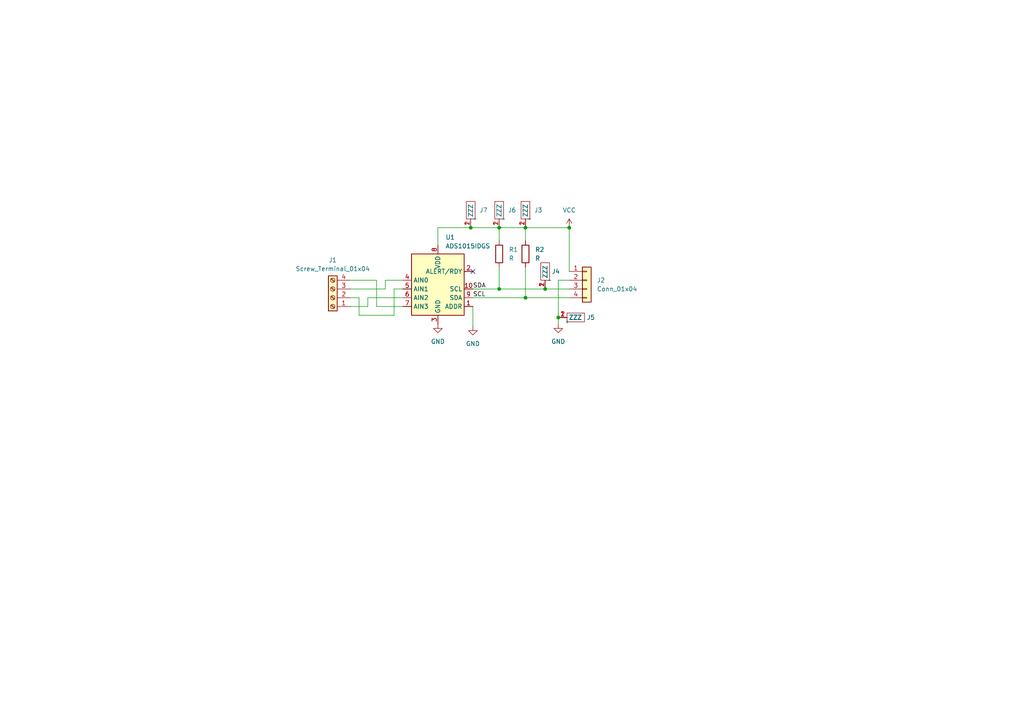
<source format=kicad_sch>
(kicad_sch (version 20230121) (generator eeschema)
  (paper "A4")
  (lib_symbols
    (symbol "Analog_ADC:ADS1015IDGS"
      (property "Reference" "U" (at 2.54 13.97 0))
      (property "Value" "ADS1015IDGS" (at 7.62 11.43 0))
      (symbol "ADS1015IDGS_0_1"
        (rectangle (start -7.62 10.16) (end 7.62 -7.62) (stroke (width 0.254)) (fill (type background)))
      )
      (symbol "ADS1015IDGS_1_1"
        (pin input line (at 10.16 -5.08 180) (length 2.54) (name "ADDR") (number "1"))
        (pin input line (at 10.16 0 180) (length 2.54) (name "SCL") (number "10"))
        (pin output line (at 10.16 5.08 180) (length 2.54) (name "ALERT/RDY") (number "2"))
        (pin power_in line (at 0 -10.16 90) (length 2.54) (name "GND") (number "3"))
        (pin input line (at -10.16 2.54 0) (length 2.54) (name "AIN0") (number "4"))
        (pin input line (at -10.16 0 0) (length 2.54) (name "AIN1") (number "5"))
        (pin input line (at -10.16 -2.54 0) (length 2.54) (name "AIN2") (number "6"))
        (pin input line (at -10.16 -5.08 0) (length 2.54) (name "AIN3") (number "7"))
        (pin power_in line (at 0 12.7 270) (length 2.54) (name "VDD") (number "8"))
        (pin bidirectional line (at 10.16 -2.54 180) (length 2.54) (name "SDA") (number "9"))
      )
    )
    (symbol "Connector:Screw_Terminal_01x04" (pin_names (offset 1.016) hide)
      (property "Reference" "J" (at 0 5.08 0))
      (property "Value" "Screw_Terminal_01x04" (at 0 -7.62 0))
      (symbol "Screw_Terminal_01x04_1_1"
        (rectangle (start -1.27 3.81) (end 1.27 -6.35) (stroke (width 0.254)) (fill (type background)))
        (circle (center 0 -5.08) (radius 0.635) (stroke (width 0.1524)))
        (circle (center 0 -2.54) (radius 0.635) (stroke (width 0.1524)))
        (polyline (pts (xy -0.5334 -4.7498) (xy 0.3302 -5.588)) (stroke (width 0.1524)))
        (polyline (pts (xy -0.5334 -2.2098) (xy 0.3302 -3.048)) (stroke (width 0.1524)))
        (polyline (pts (xy -0.5334 0.3302) (xy 0.3302 -0.508)) (stroke (width 0.1524)))
        (polyline (pts (xy -0.5334 2.8702) (xy 0.3302 2.032)) (stroke (width 0.1524)))
        (polyline (pts (xy -0.3556 -4.572) (xy 0.508 -5.4102)) (stroke (width 0.1524)))
        (polyline (pts (xy -0.3556 -2.032) (xy 0.508 -2.8702)) (stroke (width 0.1524)))
        (polyline (pts (xy -0.3556 0.508) (xy 0.508 -0.3302)) (stroke (width 0.1524)))
        (polyline (pts (xy -0.3556 3.048) (xy 0.508 2.2098)) (stroke (width 0.1524)))
        (circle (center 0 0) (radius 0.635) (stroke (width 0.1524)))
        (circle (center 0 2.54) (radius 0.635) (stroke (width 0.1524)))
        (pin passive line (at -5.08 2.54 0) (length 3.81) (name "Pin_1") (number "1"))
        (pin passive line (at -5.08 0 0) (length 3.81) (name "Pin_2") (number "2"))
        (pin passive line (at -5.08 -2.54 0) (length 3.81) (name "Pin_3") (number "3"))
        (pin passive line (at -5.08 -5.08 0) (length 3.81) (name "Pin_4") (number "4"))
      )
    )
    (symbol "Connector_Generic:Conn_01x04" (pin_names (offset 1.016) hide)
      (property "Reference" "J" (at 0 5.08 0))
      (property "Value" "Conn_01x04" (at 0 -7.62 0))
      (symbol "Conn_01x04_1_1"
        (rectangle (start -1.27 -4.953) (end 0 -5.207) (stroke (width 0.1524)))
        (rectangle (start -1.27 -2.413) (end 0 -2.667) (stroke (width 0.1524)))
        (rectangle (start -1.27 0.127) (end 0 -0.127) (stroke (width 0.1524)))
        (rectangle (start -1.27 2.667) (end 0 2.413) (stroke (width 0.1524)))
        (rectangle (start -1.27 3.81) (end 1.27 -6.35) (stroke (width 0.254)) (fill (type background)))
        (pin passive line (at -5.08 2.54 0) (length 3.81) (name "Pin_1") (number "1"))
        (pin passive line (at -5.08 0 0) (length 3.81) (name "Pin_2") (number "2"))
        (pin passive line (at -5.08 -2.54 0) (length 3.81) (name "Pin_3") (number "3"))
        (pin passive line (at -5.08 -5.08 0) (length 3.81) (name "Pin_4") (number "4"))
      )
    )
    (symbol "Device:R" (pin_numbers hide) (pin_names (offset 0))
      (property "Reference" "R" (at 2.032 0 90))
      (property "Value" "R" (at 0 0 90))
      (symbol "R_0_1"
        (rectangle (start -1.016 -2.54) (end 1.016 2.54) (stroke (width 0.254)))
      )
      (symbol "R_1_1"
        (pin passive line (at 0 3.81 270) (length 1.27) (name "~") (number "1"))
        (pin passive line (at 0 -3.81 90) (length 1.27) (name "~") (number "2"))
      )
    )
    (symbol "MyJumper:Jumper"
      (property "Reference" "J" (at 0 0 0))
      (symbol "Jumper_0_1"
        (rectangle (start -2.54 5.08) (end 0 0))
      )
      (symbol "Jumper_1_1"
        (pin bidirectional line (at -1.27 -2.54 90) (length 2.54) (name "ZZZ") (number "1"))
        (pin bidirectional line (at -1.27 -2.54 90) (length 2.54) (name "ZZZ") (number "2"))
      )
    )
    (symbol "power:GND" (power) (pin_names (offset 0))
      (property "Value" "GND" (at 0 -3.81 0))
      (symbol "GND_0_1"
        (polyline (pts (xy 0 0) (xy 0 -1.27) (xy 1.27 -1.27) (xy 0 -2.54) (xy -1.27 -1.27) (xy 0 -1.27)))
      )
      (symbol "GND_1_1"
        (pin power_in line (at 0 0 270) (length 0) hide (name "GND") (number "1"))
      )
    )
    (symbol "power:VCC" (power) (pin_names (offset 0))
      (property "Value" "VCC" (at 0 3.81 0))
      (symbol "VCC_0_1"
        (polyline (pts (xy -0.762 1.27) (xy 0 2.54)))
        (polyline (pts (xy 0 0) (xy 0 2.54)))
        (polyline (pts (xy 0 2.54) (xy 0.762 1.27)))
      )
      (symbol "VCC_1_1"
        (pin power_in line (at 0 0 90) (length 0) hide (name "VCC") (number "1"))
      )
    )
  )
  (junction (at 136.525 66.04))
  (junction (at 161.925 92.075))
  (junction (at 165.1 66.04))
  (junction (at 158.115 83.82))
  (junction (at 144.78 83.82))
  (junction (at 144.78 66.04))
  (junction (at 152.4 86.36))
  (junction (at 152.4 66.04))
  (no_connect (at 137.16 78.74))
  (wire (pts (xy 111.76 83.82) (xy 111.76 81.28)))
  (wire (pts (xy 165.1 66.04) (xy 165.1 78.74)))
  (wire (pts (xy 106.68 86.36) (xy 116.84 86.36)))
  (wire (pts (xy 144.78 83.82) (xy 158.115 83.82)))
  (wire (pts (xy 101.6 83.82) (xy 111.76 83.82)))
  (wire (pts (xy 152.4 66.04) (xy 165.1 66.04)))
  (wire (pts (xy 109.22 88.9) (xy 116.84 88.9)))
  (wire (pts (xy 127 66.04) (xy 136.525 66.04)))
  (wire (pts (xy 114.3 83.82) (xy 116.84 83.82)))
  (wire (pts (xy 101.6 86.36) (xy 104.14 86.36)))
  (wire (pts (xy 137.16 88.9) (xy 137.16 94.615)))
  (wire (pts (xy 165.1 81.28) (xy 161.925 81.28)))
  (wire (pts (xy 144.78 66.04) (xy 144.78 69.85)))
  (wire (pts (xy 104.14 86.36) (xy 104.14 91.44)))
  (wire (pts (xy 101.6 81.28) (xy 109.22 81.28)))
  (wire (pts (xy 137.16 86.36) (xy 152.4 86.36)))
  (wire (pts (xy 127 71.12) (xy 127 66.04)))
  (wire (pts (xy 104.14 91.44) (xy 114.3 91.44)))
  (wire (pts (xy 161.925 81.28) (xy 161.925 92.075)))
  (wire (pts (xy 144.78 83.82) (xy 144.78 77.47)))
  (wire (pts (xy 152.4 86.36) (xy 152.4 77.47)))
  (wire (pts (xy 106.68 88.9) (xy 101.6 88.9)))
  (wire (pts (xy 152.4 66.04) (xy 152.4 69.85)))
  (wire (pts (xy 136.525 66.04) (xy 144.78 66.04)))
  (wire (pts (xy 114.3 91.44) (xy 114.3 83.82)))
  (wire (pts (xy 158.115 83.82) (xy 165.1 83.82)))
  (wire (pts (xy 161.925 92.075) (xy 161.925 93.98)))
  (wire (pts (xy 109.22 81.28) (xy 109.22 88.9)))
  (wire (pts (xy 111.76 81.28) (xy 116.84 81.28)))
  (wire (pts (xy 144.78 66.04) (xy 152.4 66.04)))
  (wire (pts (xy 106.68 86.36) (xy 106.68 88.9)))
  (wire (pts (xy 137.16 83.82) (xy 144.78 83.82)))
  (wire (pts (xy 152.4 86.36) (xy 165.1 86.36)))
  (label "SCL" (at 137.16 86.36 0))
  (label "SDA" (at 137.16 83.82 0))
  (symbol (lib_id "Connector:Screw_Terminal_01x04") (at 96.52 86.36 180) (unit 1)
    (property "Reference" "J1" (at 96.52 75.438 0))
    (property "Value" "Screw_Terminal_01x04" (at 96.52 77.978 0))
    (property "Footprint" "TerminalBlock_Phoenix:TerminalBlock_Phoenix_PT-1,5-4-3.5-H_1x04_P3.50mm_Horizontal" (effects hide))
  )
  (symbol (lib_id "Connector_Generic:Conn_01x04") (at 170.18 81.28 0) (unit 1)
    (property "Reference" "J2" (at 173.101 81.28 0) (effects (justify left)))
    (property "Value" "Conn_01x04" (at 173.101 83.82 0) (effects (justify left)))
    (property "Footprint" "Connector_PinHeader_2.54mm:PinHeader_1x04_P2.54mm_Horizontal" (effects hide))
  )
  (symbol (lib_id "Analog_ADC:ADS1015IDGS") (at 127 83.82 0) (unit 1)
    (property "Reference" "U1" (at 129.1941 68.834 0) (effects (justify left)))
    (property "Value" "ADS1015IDGS" (at 129.1941 71.374 0) (effects (justify left)))
    (property "Footprint" "Package_SO:TSSOP-10_3x3mm_P0.5mm" (effects hide))
    (property "Datasheet" "http://www.ti.com/lit/ds/symlink/ads1015.pdf" (effects hide))
  )
  (symbol (lib_id "Device:R") (at 144.78 73.66 0) (unit 1)
    (property "Reference" "R1" (at 147.574 72.39 0) (effects (justify left)))
    (property "Value" "R" (at 147.574 74.93 0) (effects (justify left)))
    (property "Footprint" "Resistor_SMD:R_0805_2012Metric_Pad1.20x1.40mm_HandSolder" (effects hide))
  )
  (symbol (lib_id "MyJumper:Jumper") (at 137.795 63.5 0) (unit 1)
    (property "Reference" "J7" (at 139.065 60.96 0) (effects (justify left)))
    (property "Value" "~" (at 137.795 63.5 0))
    (property "Footprint" "Resistor_SMD:R_0805_2012Metric_Pad1.20x1.40mm_HandSolder" (effects hide))
  )
  (symbol (lib_id "power:VCC") (at 165.1 66.04 0) (unit 1)
    (property "Reference" "#PWR03" (effects hide))
    (property "Value" "VCC" (at 165.1 60.96 0))
  )
  (symbol (lib_id "power:GND") (at 127 93.98 0) (unit 1)
    (property "Reference" "#PWR01" (effects hide))
    (property "Value" "GND" (at 127 99.06 0))
  )
  (symbol (lib_id "power:GND") (at 161.925 93.98 0) (unit 1)
    (property "Reference" "#PWR02" (effects hide))
    (property "Value" "GND" (at 161.925 99.06 0))
  )
  (symbol (lib_id "Device:R") (at 152.4 73.66 0) (unit 1)
    (property "Reference" "R2" (at 155.194 72.39 0) (effects (justify left)))
    (property "Value" "R" (at 155.194 74.93 0) (effects (justify left)))
    (property "Footprint" "Resistor_SMD:R_0805_2012Metric_Pad1.20x1.40mm_HandSolder" (effects hide))
  )
  (symbol (lib_id "MyJumper:Jumper") (at 153.67 63.5 0) (unit 1)
    (property "Reference" "J3" (at 154.94 60.96 0) (effects (justify left)))
    (property "Value" "~" (at 153.67 63.5 0))
    (property "Footprint" "Resistor_SMD:R_0805_2012Metric_Pad1.20x1.40mm_HandSolder" (effects hide))
  )
  (symbol (lib_id "MyJumper:Jumper") (at 164.465 93.345 270) (unit 1)
    (property "Reference" "J5" (at 170.18 92.075 90) (effects (justify left)))
    (property "Value" "~" (at 164.465 93.345 0))
    (property "Footprint" "Resistor_SMD:R_0805_2012Metric_Pad1.20x1.40mm_HandSolder" (effects hide))
  )
  (symbol (lib_id "MyJumper:Jumper") (at 159.385 81.28 0) (unit 1)
    (property "Reference" "J4" (at 160.02 78.74 0) (effects (justify left)))
    (property "Value" "~" (at 159.385 81.28 0))
    (property "Footprint" "Resistor_SMD:R_0805_2012Metric_Pad1.20x1.40mm_HandSolder" (effects hide))
  )
  (symbol (lib_id "MyJumper:Jumper") (at 146.05 63.5 0) (unit 1)
    (property "Reference" "J6" (at 147.32 60.96 0) (effects (justify left)))
    (property "Value" "~" (at 146.05 63.5 0))
    (property "Footprint" "Resistor_SMD:R_0805_2012Metric_Pad1.20x1.40mm_HandSolder" (effects hide))
  )
  (symbol (lib_id "power:GND") (at 137.16 94.615 0) (unit 1)
    (property "Reference" "#PWR04" (effects hide))
    (property "Value" "GND" (at 137.16 99.695 0))
  )
)
</source>
